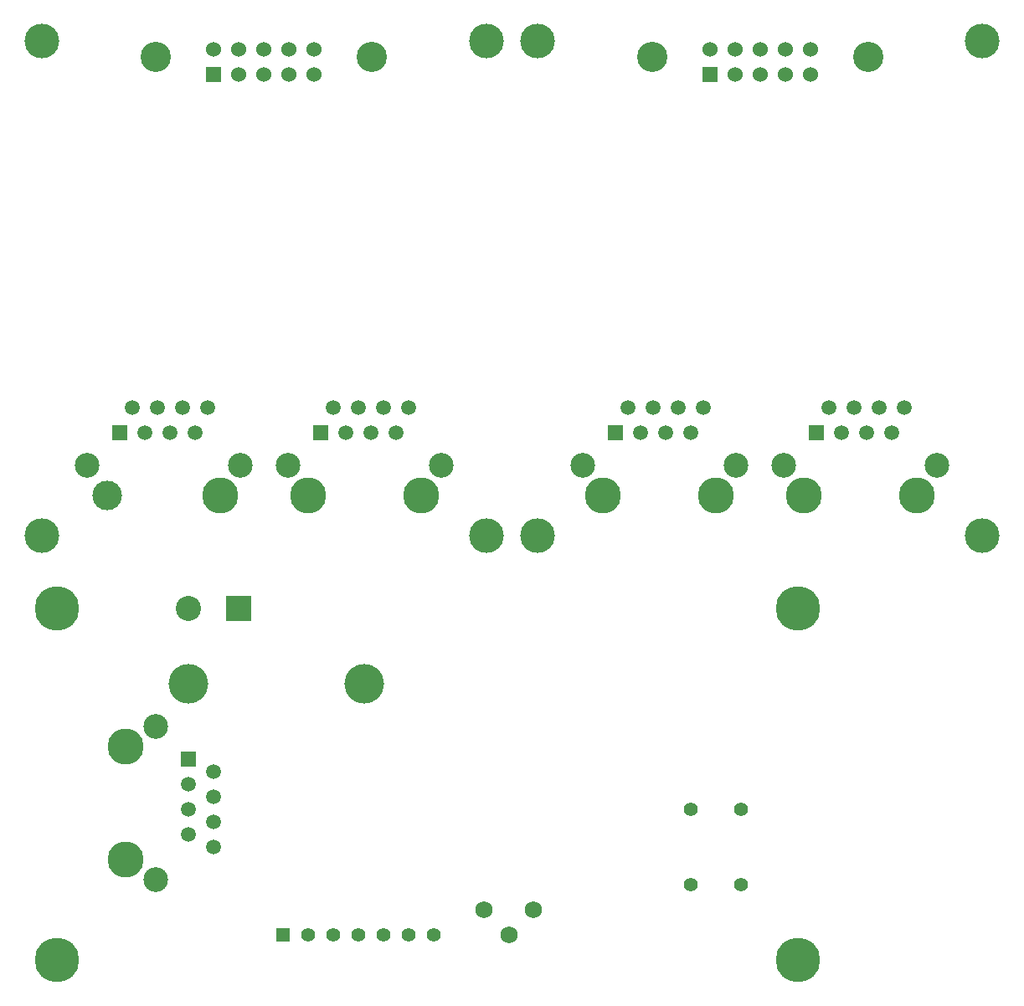
<source format=gbs>
G04 (created by PCBNEW (2013-may-18)-stable) date Thu 01 May 2014 10:49:58 PM CEST*
%MOIN*%
G04 Gerber Fmt 3.4, Leading zero omitted, Abs format*
%FSLAX34Y34*%
G01*
G70*
G90*
G04 APERTURE LIST*
%ADD10C,0.00590551*%
%ADD11C,0.12*%
%ADD12R,0.06X0.06*%
%ADD13C,0.06*%
%ADD14C,0.137795*%
%ADD15C,0.1437*%
%ADD16R,0.0591X0.0591*%
%ADD17C,0.0591*%
%ADD18C,0.0984252*%
%ADD19C,0.11811*%
%ADD20C,0.0689*%
%ADD21C,0.055*%
%ADD22C,0.1575*%
%ADD23R,0.1X0.1*%
%ADD24C,0.1*%
%ADD25R,0.055X0.055*%
%ADD26C,0.177165*%
G04 APERTURE END LIST*
G54D10*
G54D11*
X53300Y-15050D03*
X44700Y-15050D03*
G54D12*
X47000Y-15750D03*
G54D13*
X47000Y-14750D03*
X48000Y-15750D03*
X48000Y-14750D03*
X49000Y-15750D03*
X49000Y-14750D03*
X50000Y-15750D03*
X50000Y-14750D03*
X51000Y-15750D03*
X51000Y-14750D03*
G54D14*
X57850Y-14400D03*
X57850Y-34100D03*
X40150Y-34100D03*
X40150Y-14400D03*
G54D15*
X47250Y-32500D03*
X42750Y-32500D03*
G54D16*
X43250Y-30000D03*
G54D17*
X43750Y-29000D03*
X44250Y-30000D03*
X44750Y-29000D03*
X45250Y-30000D03*
X45750Y-29000D03*
X46250Y-30000D03*
X46750Y-29000D03*
G54D18*
X41950Y-31299D03*
X48050Y-31299D03*
G54D15*
X55250Y-32500D03*
X50750Y-32500D03*
G54D16*
X51250Y-30000D03*
G54D17*
X51750Y-29000D03*
X52250Y-30000D03*
X52750Y-29000D03*
X53250Y-30000D03*
X53750Y-29000D03*
X54250Y-30000D03*
X54750Y-29000D03*
G54D18*
X49950Y-31299D03*
X56050Y-31299D03*
G54D15*
X35500Y-32500D03*
X31000Y-32500D03*
G54D16*
X31500Y-30000D03*
G54D17*
X32000Y-29000D03*
X32500Y-30000D03*
X33000Y-29000D03*
X33500Y-30000D03*
X34000Y-29000D03*
X34500Y-30000D03*
X35000Y-29000D03*
G54D18*
X30200Y-31299D03*
X36300Y-31299D03*
G54D15*
X27500Y-32500D03*
G54D19*
X23000Y-32500D03*
G54D16*
X23500Y-30000D03*
G54D17*
X24000Y-29000D03*
X24500Y-30000D03*
X25000Y-29000D03*
X25500Y-30000D03*
X26000Y-29000D03*
X26500Y-30000D03*
X27000Y-29000D03*
G54D18*
X22200Y-31299D03*
X28300Y-31299D03*
G54D14*
X20400Y-14400D03*
X20400Y-34100D03*
X38100Y-34100D03*
X38100Y-14400D03*
G54D11*
X33550Y-15050D03*
X24950Y-15050D03*
G54D12*
X27250Y-15750D03*
G54D13*
X27250Y-14750D03*
X28250Y-15750D03*
X28250Y-14750D03*
X29250Y-15750D03*
X29250Y-14750D03*
X30250Y-15750D03*
X30250Y-14750D03*
X31250Y-15750D03*
X31250Y-14750D03*
G54D20*
X39984Y-49008D03*
X39000Y-49992D03*
X38016Y-49008D03*
G54D21*
X46250Y-45000D03*
X48250Y-45000D03*
X46250Y-48000D03*
X48250Y-48000D03*
G54D15*
X23750Y-47000D03*
X23750Y-42500D03*
G54D16*
X26250Y-43000D03*
G54D17*
X27250Y-43500D03*
X26250Y-44000D03*
X27250Y-44500D03*
X26250Y-45000D03*
X27250Y-45500D03*
X26250Y-46000D03*
X27250Y-46500D03*
G54D18*
X24950Y-41700D03*
X24950Y-47800D03*
G54D22*
X26250Y-40000D03*
X33250Y-40000D03*
G54D23*
X28250Y-37000D03*
G54D24*
X26250Y-37000D03*
G54D25*
X30000Y-50000D03*
G54D21*
X31000Y-50000D03*
X32000Y-50000D03*
X33000Y-50000D03*
X34000Y-50000D03*
X35000Y-50000D03*
X36000Y-50000D03*
G54D26*
X21000Y-37000D03*
X50500Y-37000D03*
X50500Y-51000D03*
X21000Y-51000D03*
M02*

</source>
